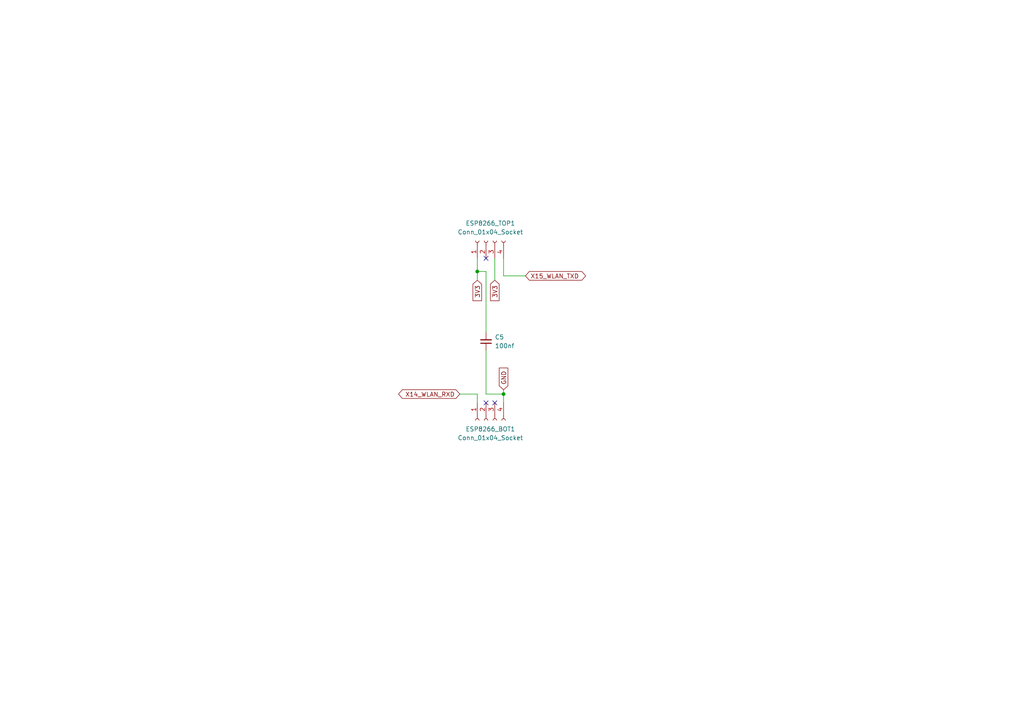
<source format=kicad_sch>
(kicad_sch (version 20231120) (generator "eeschema") (generator_version "8.0")
  (paper "A4")
  (lib_symbols
    (symbol "Connector:Conn_01x04_Socket" (pin_names (offset 1.016) hide)
      (property "Reference" "J" (at 0 5.08 0))
      (property "Value" "Conn_01x04_Socket" (at 0 -7.62 0))
      (symbol "Conn_01x04_Socket_1_1"
        (arc (start 0 -4.572) (mid -0.5058 -5.08) (end 0 -5.588) (stroke (width 0.1524)))
        (arc (start 0 -2.032) (mid -0.5058 -2.54) (end 0 -3.048) (stroke (width 0.1524)))
        (polyline (pts (xy -1.27 -5.08) (xy -0.508 -5.08)) (stroke (width 0.1524)))
        (polyline (pts (xy -1.27 -2.54) (xy -0.508 -2.54)) (stroke (width 0.1524)))
        (polyline (pts (xy -1.27 0) (xy -0.508 0)) (stroke (width 0.1524)))
        (polyline (pts (xy -1.27 2.54) (xy -0.508 2.54)) (stroke (width 0.1524)))
        (arc (start 0 0.508) (mid -0.5058 0) (end 0 -0.508) (stroke (width 0.1524)))
        (arc (start 0 3.048) (mid -0.5058 2.54) (end 0 2.032) (stroke (width 0.1524)))
        (pin passive line (at -5.08 2.54 0) (length 3.81) (name "Pin_1") (number "1"))
        (pin passive line (at -5.08 0 0) (length 3.81) (name "Pin_2") (number "2"))
        (pin passive line (at -5.08 -2.54 0) (length 3.81) (name "Pin_3") (number "3"))
        (pin passive line (at -5.08 -5.08 0) (length 3.81) (name "Pin_4") (number "4"))
      )
    )
    (symbol "Device:C_Small" (pin_numbers hide) (pin_names (offset 0.254) hide)
      (property "Reference" "C" (at 0.254 1.778 0))
      (property "Value" "C_Small" (at 0.254 -2.032 0))
      (symbol "C_Small_0_1"
        (polyline (pts (xy -1.524 -0.508) (xy 1.524 -0.508)) (stroke (width 0.3302)))
        (polyline (pts (xy -1.524 0.508) (xy 1.524 0.508)) (stroke (width 0.3048)))
      )
      (symbol "C_Small_1_1"
        (pin passive line (at 0 2.54 270) (length 2.032) (name "~") (number "1"))
        (pin passive line (at 0 -2.54 90) (length 2.032) (name "~") (number "2"))
      )
    )
  )
  (junction (at 146.05 114.3))
  (junction (at 138.43 78.74))
  (no_connect (at 140.97 116.84))
  (no_connect (at 140.97 74.93))
  (no_connect (at 143.51 116.84))
  (wire (pts (xy 140.97 101.6) (xy 140.97 114.3)))
  (wire (pts (xy 133.35 114.3) (xy 138.43 114.3)))
  (wire (pts (xy 138.43 78.74) (xy 138.43 81.28)))
  (wire (pts (xy 140.97 96.52) (xy 140.97 78.74)))
  (wire (pts (xy 152.4 80.01) (xy 146.05 80.01)))
  (wire (pts (xy 146.05 113.03) (xy 146.05 114.3)))
  (wire (pts (xy 146.05 114.3) (xy 146.05 116.84)))
  (wire (pts (xy 143.51 74.93) (xy 143.51 81.28)))
  (wire (pts (xy 146.05 80.01) (xy 146.05 74.93)))
  (wire (pts (xy 138.43 114.3) (xy 138.43 116.84)))
  (wire (pts (xy 138.43 74.93) (xy 138.43 78.74)))
  (wire (pts (xy 140.97 114.3) (xy 146.05 114.3)))
  (wire (pts (xy 138.43 78.74) (xy 140.97 78.74)))
  (global_label "X14_WLAN_RXD" (shape bidirectional) (at 133.35 114.3 180) (property "Intersheetrefs" "${INTERSHEET_REFS}" (effects (hide yes))))
  (global_label "3V3" (shape input) (at 138.43 81.28 270) (property "Intersheetrefs" "${INTERSHEET_REFS}" (effects (hide yes))))
  (global_label "3V3" (shape input) (at 143.51 81.28 270) (property "Intersheetrefs" "${INTERSHEET_REFS}" (effects (hide yes))))
  (global_label "GND" (shape input) (at 146.05 113.03 90) (property "Intersheetrefs" "${INTERSHEET_REFS}" (effects (hide yes))))
  (global_label "X15_WLAN_TXD" (shape bidirectional) (at 152.4 80.01 0) (property "Intersheetrefs" "${INTERSHEET_REFS}" (effects (hide yes))))
  (symbol (lib_id "Connector:Conn_01x04_Socket") (at 140.97 69.85 90) (unit 1)
    (property "Reference" "ESP8266_TOP1" (at 142.24 64.77 90))
    (property "Value" "Conn_01x04_Socket" (at 142.24 67.31 90))
    (property "Footprint" "Connector_PinSocket_2.54mm:PinSocket_1x04_P2.54mm_Vertical_SMD_Pin1Left" (effects (hide yes)))
    (property "Description" "Generic connector, single row, 01x04, script generated" (effects (hide yes)))
  )
  (symbol (lib_id "Device:C_Small") (at 140.97 99.06 180) (unit 1)
    (property "Reference" "C5" (at 143.51 97.7835 0) (effects (justify right)))
    (property "Value" "100nf" (at 143.51 100.3235 0) (effects (justify right)))
    (property "Footprint" "Capacitor_SMD:C_0603_1608Metric" (effects (hide yes)))
    (property "Description" "Unpolarized capacitor, small symbol" (effects (hide yes)))
  )
  (symbol (lib_id "Connector:Conn_01x04_Socket") (at 140.97 121.92 90) (mirror x) (unit 1)
    (property "Reference" "ESP8266_BOT1" (at 142.24 124.46 90))
    (property "Value" "Conn_01x04_Socket" (at 142.24 127 90))
    (property "Footprint" "Connector_PinSocket_2.54mm:PinSocket_1x04_P2.54mm_Vertical_SMD_Pin1Left" (effects (hide yes)))
    (property "Description" "Generic connector, single row, 01x04, script generated" (effects (hide yes)))
  )
)
</source>
